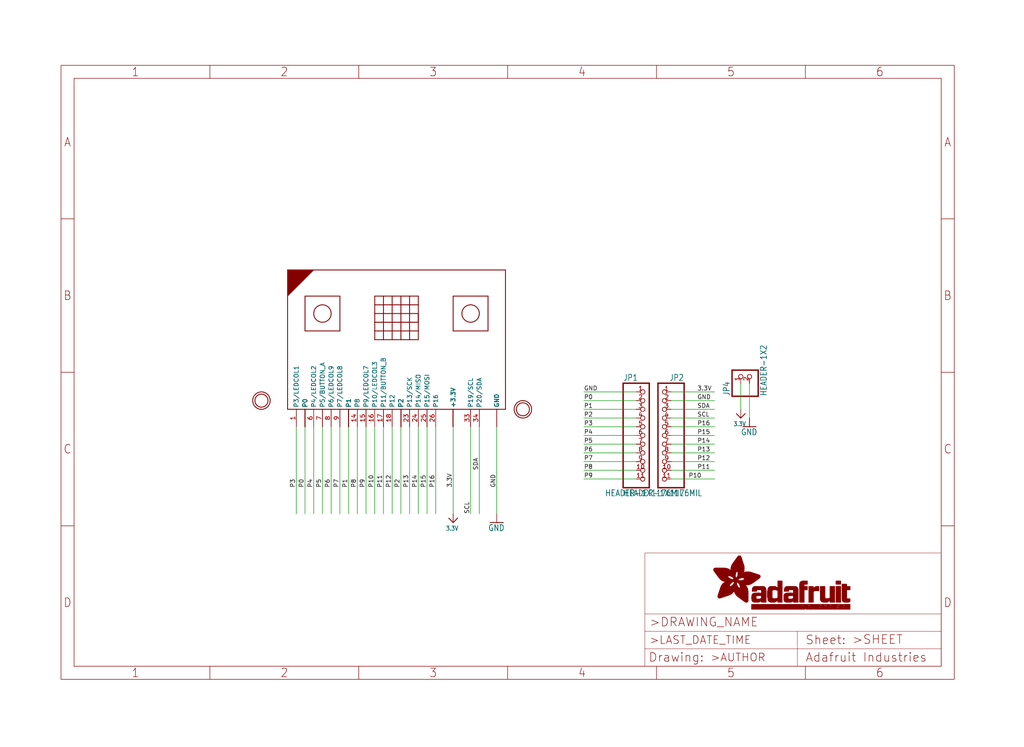
<source format=kicad_sch>
(kicad_sch (version 20211123) (generator eeschema)
  (paper "User" 298.45 217.881)
  (lib_symbols
    (symbol "eagleSchem-eagle-import:3.3V" (power)
      (property "Value" "3.3V" (at -1.524 1.016 0))
      (symbol "3.3V_1_0"
        (pin power_in line (at 0 -2.54 90) (length 2.54) (name "3.3V") (number "1"))
      )
    )
    (symbol "eagleSchem-eagle-import:FRAME_A4_ADAFRUIT"
      (symbol "FRAME_A4_ADAFRUIT_1_0"
        (text "1" (at 21.6958 1.905 0) (effects (font (size 2.54 2.286))))
        (text "1" (at 21.6958 177.165 0) (effects (font (size 2.54 2.286))))
        (text "2" (at 65.0875 1.905 0) (effects (font (size 2.54 2.286))))
        (text "2" (at 65.0875 177.165 0) (effects (font (size 2.54 2.286))))
        (text "3" (at 108.4792 1.905 0) (effects (font (size 2.54 2.286))))
        (text "3" (at 108.4792 177.165 0) (effects (font (size 2.54 2.286))))
        (text "4" (at 151.8708 1.905 0) (effects (font (size 2.54 2.286))))
        (text "4" (at 151.8708 177.165 0) (effects (font (size 2.54 2.286))))
        (text "5" (at 195.2625 1.905 0) (effects (font (size 2.54 2.286))))
        (text "5" (at 195.2625 177.165 0) (effects (font (size 2.54 2.286))))
        (text "6" (at 238.6542 1.905 0) (effects (font (size 2.54 2.286))))
        (text "6" (at 238.6542 177.165 0) (effects (font (size 2.54 2.286))))
        (text ">AUTHOR" (at 189.23 5.08 0) (effects (font (size 2.286 2.286)) (justify left bottom)))
        (text ">DRAWING_NAME" (at 171.45 15.24 0) (effects (font (size 2.54 2.54)) (justify left bottom)))
        (text ">LAST_DATE_TIME" (at 171.45 10.16 0) (effects (font (size 2.286 2.286)) (justify left bottom)))
        (text ">SHEET" (at 230.505 10.16 0) (effects (font (size 2.54 2.54)) (justify left bottom)))
        (text "A" (at 1.905 156.6863 0) (effects (font (size 2.54 2.286))))
        (text "A" (at 258.445 156.6863 0) (effects (font (size 2.54 2.286))))
        (text "Adafruit Industries" (at 216.916 4.953 0) (effects (font (size 2.54 2.54)) (justify left bottom)))
        (text "B" (at 1.905 111.9188 0) (effects (font (size 2.54 2.286))))
        (text "B" (at 258.445 111.9188 0) (effects (font (size 2.54 2.286))))
        (text "C" (at 1.905 67.1513 0) (effects (font (size 2.54 2.286))))
        (text "C" (at 258.445 67.1513 0) (effects (font (size 2.54 2.286))))
        (text "D" (at 1.905 22.3838 0) (effects (font (size 2.54 2.286))))
        (text "D" (at 258.445 22.3838 0) (effects (font (size 2.54 2.286))))
        (text "Drawing:" (at 171.196 4.953 0) (effects (font (size 2.54 2.54)) (justify left bottom)))
        (text "Sheet:" (at 216.916 10.033 0) (effects (font (size 2.54 2.54)) (justify left bottom)))
      )
    )
    (symbol "eagleSchem-eagle-import:GND" (power)
      (property "Value" "GND" (at -2.54 -2.54 0))
      (symbol "GND_1_0"
        (pin power_in line (at 0 2.54 270) (length 2.54) (name "GND") (number "1"))
      )
    )
    (symbol "eagleSchem-eagle-import:HEADER-1X1176MIL"
      (property "Reference" "JP" (at -6.35 15.875 0))
      (property "Value" "HEADER-1X1176MIL" (at -6.35 -17.78 0))
      (symbol "HEADER-1X1176MIL_1_0"
        (pin passive inverted (at -2.54 12.7 0) (length 2.54) (name "1") (number "1"))
        (pin passive inverted (at -2.54 -10.16 0) (length 2.54) (name "10") (number "10"))
        (pin passive inverted (at -2.54 -12.7 0) (length 2.54) (name "11") (number "11"))
        (pin passive inverted (at -2.54 10.16 0) (length 2.54) (name "2") (number "2"))
        (pin passive inverted (at -2.54 7.62 0) (length 2.54) (name "3") (number "3"))
        (pin passive inverted (at -2.54 5.08 0) (length 2.54) (name "4") (number "4"))
        (pin passive inverted (at -2.54 2.54 0) (length 2.54) (name "5") (number "5"))
        (pin passive inverted (at -2.54 0 0) (length 2.54) (name "6") (number "6"))
        (pin passive inverted (at -2.54 -2.54 0) (length 2.54) (name "7") (number "7"))
        (pin passive inverted (at -2.54 -5.08 0) (length 2.54) (name "8") (number "8"))
        (pin passive inverted (at -2.54 -7.62 0) (length 2.54) (name "9") (number "9"))
      )
    )
    (symbol "eagleSchem-eagle-import:HEADER-1X2"
      (property "Reference" "JP" (at -6.35 5.715 0))
      (property "Value" "HEADER-1X2" (at -6.35 -5.08 0))
      (symbol "HEADER-1X2_1_0"
        (pin passive inverted (at -2.54 2.54 0) (length 2.54) (name "1") (number "1"))
        (pin passive inverted (at -2.54 0 0) (length 2.54) (name "2") (number "2"))
      )
    )
    (symbol "eagleSchem-eagle-import:MICRO{colon}BIT_RA"
      (symbol "MICRO{colon}BIT_RA_1_0"
        (pin bidirectional line (at -30.48 -5.08 90) (length 5.08) (name "P3/LEDCOL1") (number "1"))
        (pin bidirectional line (at -15.24 -5.08 90) (length 5.08) (name "P1") (number "10"))
        (pin bidirectional line (at -15.24 -5.08 90) (length 5.08) (name "P1") (number "11"))
        (pin bidirectional line (at -15.24 -5.08 90) (length 5.08) (name "P1") (number "12"))
        (pin bidirectional line (at -15.24 -5.08 90) (length 5.08) (name "P1") (number "13"))
        (pin bidirectional line (at -12.7 -5.08 90) (length 5.08) (name "P8") (number "14"))
        (pin bidirectional line (at -10.16 -5.08 90) (length 5.08) (name "P9/LEDCOL7") (number "15"))
        (pin bidirectional line (at -7.62 -5.08 90) (length 5.08) (name "P10/LEDCOL3") (number "16"))
        (pin bidirectional line (at -5.08 -5.08 90) (length 5.08) (name "P11/BUTTON_B") (number "17"))
        (pin bidirectional line (at -2.54 -5.08 90) (length 5.08) (name "P12") (number "18"))
        (pin bidirectional line (at 0 -5.08 90) (length 5.08) (name "P2") (number "19"))
        (pin bidirectional line (at -27.94 -5.08 90) (length 5.08) (name "P0") (number "2"))
        (pin bidirectional line (at 0 -5.08 90) (length 5.08) (name "P2") (number "20"))
        (pin bidirectional line (at 0 -5.08 90) (length 5.08) (name "P2") (number "21"))
        (pin bidirectional line (at 0 -5.08 90) (length 5.08) (name "P2") (number "22"))
        (pin bidirectional line (at 2.54 -5.08 90) (length 5.08) (name "P13/SCK") (number "23"))
        (pin bidirectional line (at 5.08 -5.08 90) (length 5.08) (name "P14/MISO") (number "24"))
        (pin bidirectional line (at 7.62 -5.08 90) (length 5.08) (name "P15/MOSI") (number "25"))
        (pin bidirectional line (at 10.16 -5.08 90) (length 5.08) (name "P16") (number "26"))
        (pin power_in line (at 15.24 -5.08 90) (length 5.08) (name "+3.3V") (number "27"))
        (pin power_in line (at 15.24 -5.08 90) (length 5.08) (name "+3.3V") (number "28"))
        (pin power_in line (at 15.24 -5.08 90) (length 5.08) (name "+3.3V") (number "29"))
        (pin bidirectional line (at -27.94 -5.08 90) (length 5.08) (name "P0") (number "3"))
        (pin power_in line (at 15.24 -5.08 90) (length 5.08) (name "+3.3V") (number "30"))
        (pin power_in line (at 15.24 -5.08 90) (length 5.08) (name "+3.3V") (number "31"))
        (pin power_in line (at 15.24 -5.08 90) (length 5.08) (name "+3.3V") (number "32"))
        (pin bidirectional line (at 20.32 -5.08 90) (length 5.08) (name "P19/SCL") (number "33"))
        (pin bidirectional line (at 22.86 -5.08 90) (length 5.08) (name "P20/SDA") (number "34"))
        (pin power_in line (at 27.94 -5.08 90) (length 5.08) (name "GND") (number "35"))
        (pin power_in line (at 27.94 -5.08 90) (length 5.08) (name "GND") (number "36"))
        (pin power_in line (at 27.94 -5.08 90) (length 5.08) (name "GND") (number "37"))
        (pin power_in line (at 27.94 -5.08 90) (length 5.08) (name "GND") (number "38"))
        (pin power_in line (at 27.94 -5.08 90) (length 5.08) (name "GND") (number "39"))
        (pin bidirectional line (at -27.94 -5.08 90) (length 5.08) (name "P0") (number "4"))
        (pin power_in line (at 27.94 -5.08 90) (length 5.08) (name "GND") (number "40"))
        (pin bidirectional line (at -27.94 -5.08 90) (length 5.08) (name "P0") (number "5"))
        (pin bidirectional line (at -25.4 -5.08 90) (length 5.08) (name "P4/LEDCOL2") (number "6"))
        (pin bidirectional line (at -22.86 -5.08 90) (length 5.08) (name "P5/BUTTON_A") (number "7"))
        (pin bidirectional line (at -20.32 -5.08 90) (length 5.08) (name "P6/LEDCOL9") (number "8"))
        (pin bidirectional line (at -17.78 -5.08 90) (length 5.08) (name "P7/LEDCOL8") (number "9"))
      )
    )
    (symbol "eagleSchem-eagle-import:MOUNTINGHOLE2.0")
  )
  (wire (pts (xy 195.58 132.08) (xy 208.28 132.08)))
  (wire (pts (xy 170.18 127) (xy 185.42 127)))
  (wire (pts (xy 127 149.86) (xy 127 124.46)))
  (wire (pts (xy 101.6 149.86) (xy 101.6 124.46)))
  (wire (pts (xy 93.98 149.86) (xy 93.98 124.46)))
  (wire (pts (xy 111.76 149.86) (xy 111.76 124.46)))
  (wire (pts (xy 195.58 127) (xy 208.28 127)))
  (wire (pts (xy 208.28 134.62) (xy 195.58 134.62)))
  (wire (pts (xy 170.18 116.84) (xy 185.42 116.84)))
  (wire (pts (xy 116.84 149.86) (xy 116.84 124.46)))
  (wire (pts (xy 185.42 139.7) (xy 170.18 139.7)))
  (wire (pts (xy 91.44 149.86) (xy 91.44 124.46)))
  (wire (pts (xy 121.92 149.86) (xy 121.92 124.46)))
  (wire (pts (xy 170.18 137.16) (xy 185.42 137.16)))
  (wire (pts (xy 195.58 119.38) (xy 208.28 119.38)))
  (wire (pts (xy 170.18 121.92) (xy 185.42 121.92)))
  (wire (pts (xy 218.44 111.76) (xy 218.44 121.92)))
  (wire (pts (xy 208.28 139.7) (xy 195.58 139.7)))
  (wire (pts (xy 99.06 149.86) (xy 99.06 124.46)))
  (wire (pts (xy 124.46 149.86) (xy 124.46 124.46)))
  (wire (pts (xy 170.18 132.08) (xy 185.42 132.08)))
  (wire (pts (xy 109.22 149.86) (xy 109.22 124.46)))
  (wire (pts (xy 185.42 114.3) (xy 170.18 114.3)))
  (wire (pts (xy 106.68 149.86) (xy 106.68 124.46)))
  (wire (pts (xy 208.28 121.92) (xy 195.58 121.92)))
  (wire (pts (xy 185.42 119.38) (xy 170.18 119.38)))
  (wire (pts (xy 132.08 124.46) (xy 132.08 149.86)))
  (wire (pts (xy 96.52 149.86) (xy 96.52 124.46)))
  (wire (pts (xy 185.42 124.46) (xy 170.18 124.46)))
  (wire (pts (xy 195.58 114.3) (xy 208.28 114.3)))
  (wire (pts (xy 137.16 149.86) (xy 137.16 124.46)))
  (wire (pts (xy 195.58 137.16) (xy 208.28 137.16)))
  (wire (pts (xy 88.9 149.86) (xy 88.9 124.46)))
  (wire (pts (xy 185.42 134.62) (xy 170.18 134.62)))
  (wire (pts (xy 208.28 116.84) (xy 195.58 116.84)))
  (wire (pts (xy 208.28 129.54) (xy 195.58 129.54)))
  (wire (pts (xy 185.42 129.54) (xy 170.18 129.54)))
  (wire (pts (xy 104.14 149.86) (xy 104.14 124.46)))
  (wire (pts (xy 86.36 149.86) (xy 86.36 124.46)))
  (wire (pts (xy 119.38 149.86) (xy 119.38 124.46)))
  (wire (pts (xy 144.78 124.46) (xy 144.78 149.86)))
  (wire (pts (xy 114.3 149.86) (xy 114.3 124.46)))
  (wire (pts (xy 195.58 124.46) (xy 208.28 124.46)))
  (wire (pts (xy 139.7 149.86) (xy 139.7 124.46)))
  (wire (pts (xy 215.9 111.76) (xy 215.9 119.38)))
  (label "P11" (at 203.2 137.16 0) (effects (font (size 1.2446 1.2446))))
  (label "P6" (at 96.52 142.24 90) (effects (font (size 1.2446 1.2446))))
  (label "P12" (at 114.3 142.24 90) (effects (font (size 1.2446 1.2446))))
  (label "P2" (at 116.84 142.24 90) (effects (font (size 1.2446 1.2446))))
  (label "P9" (at 170.18 139.7 0) (effects (font (size 1.2446 1.2446))))
  (label "P9" (at 106.68 142.24 90) (effects (font (size 1.2446 1.2446))))
  (label "P16" (at 127 142.24 90) (effects (font (size 1.2446 1.2446))))
  (label "P7" (at 170.18 134.62 0) (effects (font (size 1.2446 1.2446))))
  (label "SDA" (at 139.7 137.16 90) (effects (font (size 1.2446 1.2446))))
  (label "P15" (at 124.46 142.24 90) (effects (font (size 1.2446 1.2446))))
  (label "P16" (at 203.2 124.46 0) (effects (font (size 1.2446 1.2446))))
  (label "P1" (at 170.18 119.38 0) (effects (font (size 1.2446 1.2446))))
  (label "P3" (at 86.36 142.24 90) (effects (font (size 1.2446 1.2446))))
  (label "P15" (at 203.2 127 0) (effects (font (size 1.2446 1.2446))))
  (label "3.3V" (at 203.2 114.3 0) (effects (font (size 1.2446 1.2446))))
  (label "P0" (at 170.18 116.84 0) (effects (font (size 1.2446 1.2446))))
  (label "P5" (at 170.18 129.54 0) (effects (font (size 1.2446 1.2446))))
  (label "P1" (at 101.6 142.24 90) (effects (font (size 1.2446 1.2446))))
  (label "P13" (at 203.2 132.08 0) (effects (font (size 1.2446 1.2446))))
  (label "GND" (at 144.78 142.24 90) (effects (font (size 1.2446 1.2446))))
  (label "P13" (at 119.38 142.24 90) (effects (font (size 1.2446 1.2446))))
  (label "P14" (at 203.2 129.54 0) (effects (font (size 1.2446 1.2446))))
  (label "P0" (at 88.9 142.24 90) (effects (font (size 1.2446 1.2446))))
  (label "SCL" (at 137.16 149.86 90) (effects (font (size 1.2446 1.2446))))
  (label "P6" (at 170.18 132.08 0) (effects (font (size 1.2446 1.2446))))
  (label "P10" (at 109.22 142.24 90) (effects (font (size 1.2446 1.2446))))
  (label "P5" (at 93.98 142.24 90) (effects (font (size 1.2446 1.2446))))
  (label "P2" (at 170.18 121.92 0) (effects (font (size 1.2446 1.2446))))
  (label "GND" (at 170.18 114.3 0) (effects (font (size 1.2446 1.2446))))
  (label "P7" (at 99.06 142.24 90) (effects (font (size 1.2446 1.2446))))
  (label "3.3V" (at 132.08 142.24 90) (effects (font (size 1.2446 1.2446))))
  (label "P3" (at 170.18 124.46 0) (effects (font (size 1.2446 1.2446))))
  (label "GND" (at 203.2 116.84 0) (effects (font (size 1.2446 1.2446))))
  (label "P12" (at 203.2 134.62 0) (effects (font (size 1.2446 1.2446))))
  (label "P4" (at 91.44 142.24 90) (effects (font (size 1.2446 1.2446))))
  (label "P11" (at 111.76 142.24 90) (effects (font (size 1.2446 1.2446))))
  (label "SDA" (at 203.2 119.38 0) (effects (font (size 1.2446 1.2446))))
  (label "SCL" (at 203.2 121.92 0) (effects (font (size 1.2446 1.2446))))
  (label "P10" (at 200.66 139.7 0) (effects (font (size 1.2446 1.2446))))
  (label "P8" (at 104.14 142.24 90) (effects (font (size 1.2446 1.2446))))
  (label "P14" (at 121.92 142.24 90) (effects (font (size 1.2446 1.2446))))
  (label "P4" (at 170.18 127 0) (effects (font (size 1.2446 1.2446))))
  (label "P8" (at 170.18 137.16 0) (effects (font (size 1.2446 1.2446))))
  (symbol (lib_id "eagleSchem-eagle-import:HEADER-1X1176MIL") (at 187.96 127 0) (unit 1)
    (property "Reference" "JP1" (at 181.61 111.125 0) (effects (font (size 1.778 1.5113)) (justify left bottom)))
    (property "Value" "HEADER-1X1176MIL" (at 181.61 144.78 0) (effects (font (size 1.778 1.5113)) (justify left bottom)))
    (property "Footprint" "eagleSchem:1X11_ROUND_76" (effects hide))
  )
  (symbol (lib_id "eagleSchem-eagle-import:HEADER-1X1176MIL") (at 193.04 127 0) (mirror y) (unit 1)
    (property "Reference" "JP2" (at 199.39 111.125 0) (effects (font (size 1.778 1.5113)) (justify left bottom)))
    (property "Value" "HEADER-1X1176MIL" (at 199.39 144.78 0) (effects (font (size 1.778 1.5113)) (justify left bottom)))
    (property "Footprint" "eagleSchem:1X11_ROUND_76" (effects hide))
  )
  (symbol (lib_id "eagleSchem-eagle-import:FRAME_A4_ADAFRUIT") (at 17.78 198.12 0) (unit 1)
    (property "Reference" "#U$1" (effects hide))
    (property "Value" "FRAME_A4_ADAFRUIT" (effects hide))
    (property "Footprint" "eagleSchem:" (effects hide))
  )
  (symbol (lib_id "eagleSchem-eagle-import:GND") (at 218.44 124.46 0) (unit 1)
    (property "Reference" "#GND3" (effects hide))
    (property "Value" "GND" (at 215.9 127 0) (effects (font (size 1.778 1.5113)) (justify left bottom)))
    (property "Footprint" "eagleSchem:" (effects hide))
  )
  (symbol (lib_id "eagleSchem-eagle-import:HEADER-1X2") (at 218.44 109.22 90) (unit 1)
    (property "Reference" "JP4" (at 212.725 115.57 0) (effects (font (size 1.778 1.5113)) (justify left bottom)))
    (property "Value" "HEADER-1X2" (at 223.52 115.57 0) (effects (font (size 1.778 1.5113)) (justify left bottom)))
    (property "Footprint" "eagleSchem:1X02_OVAL" (effects hide))
  )
  (symbol (lib_id "eagleSchem-eagle-import:MOUNTINGHOLE2.0") (at 152.4 119.38 0) (unit 1)
    (property "Reference" "U$10" (effects hide))
    (property "Value" "MOUNTINGHOLE2.0" (effects hide))
    (property "Footprint" "eagleSchem:MOUNTINGHOLE_2.0_PLATED" (effects hide))
  )
  (symbol (lib_id "eagleSchem-eagle-import:3.3V") (at 132.08 152.4 180) (unit 1)
    (property "Reference" "#U$2" (effects hide))
    (property "Value" "3.3V" (at 133.604 153.416 0) (effects (font (size 1.27 1.0795)) (justify left bottom)))
    (property "Footprint" "eagleSchem:" (effects hide))
  )
  (symbol (lib_id "eagleSchem-eagle-import:3.3V") (at 215.9 121.92 180) (unit 1)
    (property "Reference" "#U$4" (effects hide))
    (property "Value" "3.3V" (at 217.424 122.936 0) (effects (font (size 1.27 1.0795)) (justify left bottom)))
    (property "Footprint" "eagleSchem:" (effects hide))
  )
  (symbol (lib_id "eagleSchem-eagle-import:MOUNTINGHOLE2.0") (at 76.2 116.84 0) (unit 1)
    (property "Reference" "U$9" (effects hide))
    (property "Value" "MOUNTINGHOLE2.0" (effects hide))
    (property "Footprint" "eagleSchem:MOUNTINGHOLE_2.0_PLATED" (effects hide))
  )
  (symbol (lib_id "eagleSchem-eagle-import:MICRO{colon}BIT_RA") (at 116.84 119.38 0) (unit 1)
    (property "Reference" "MB1" (effects hide))
    (property "Value" "MICRO{colon}BIT_RA" (effects hide))
    (property "Footprint" "eagleSchem:2X20_CARDEDGE_RA" (effects hide))
  )
  (symbol (lib_id "eagleSchem-eagle-import:GND") (at 144.78 152.4 0) (unit 1)
    (property "Reference" "#GND1" (effects hide))
    (property "Value" "GND" (at 142.24 154.94 0) (effects (font (size 1.778 1.5113)) (justify left bottom)))
    (property "Footprint" "eagleSchem:" (effects hide))
  )
)
</source>
